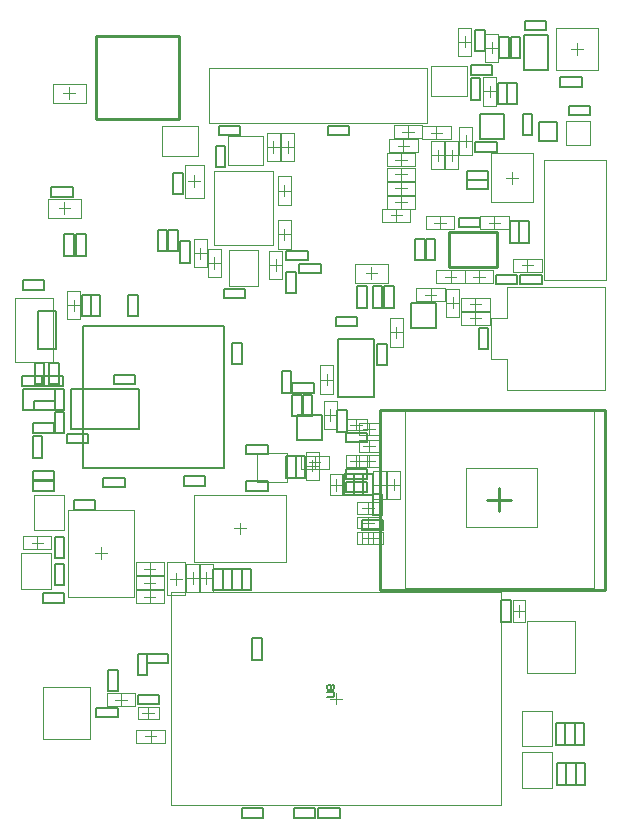
<source format=gbr>
%TF.GenerationSoftware,Altium Limited,Altium Designer,21.2.2 (38)*%
G04 Layer_Color=32768*
%FSLAX45Y45*%
%MOMM*%
%TF.SameCoordinates,EE3A7C27-349B-46B6-A90B-2B7A9072729B*%
%TF.FilePolarity,Positive*%
%TF.FileFunction,Other,Mechanical_15*%
%TF.Part,Single*%
G01*
G75*
%TA.AperFunction,NonConductor*%
%ADD89C,0.10000*%
%ADD90C,0.25400*%
%ADD91C,0.20000*%
%ADD92C,0.15000*%
%ADD140C,0.05000*%
D89*
X1522500Y5000000D02*
X1617500D01*
X1570000Y4952500D02*
Y5047500D01*
X1515000Y4880000D02*
Y5120000D01*
X1625000Y4880000D02*
Y5120000D01*
X1515000Y4880000D02*
X1625000D01*
X1515000Y5120000D02*
X1625000D01*
X3532500Y5830000D02*
X3627500D01*
X3580000Y5782500D02*
Y5877500D01*
X3635000Y5710000D02*
Y5950000D01*
X3525000Y5710000D02*
Y5950000D01*
X3635000D01*
X3525000Y5710000D02*
X3635000D01*
X3652500Y5830000D02*
X3747500D01*
X3700000Y5782500D02*
Y5877500D01*
X3755000Y5710000D02*
Y5950000D01*
X3645000Y5710000D02*
Y5950000D01*
X3755000D01*
X3645000Y5710000D02*
X3755000D01*
X2592500Y3930000D02*
X2687500D01*
X2640000Y3882500D02*
Y3977500D01*
X2585000Y3810000D02*
Y4050000D01*
X2695000Y3810000D02*
Y4050000D01*
X2585000Y3810000D02*
X2695000D01*
X2585000Y4050000D02*
X2695000D01*
X2660000Y3175000D02*
Y3285000D01*
X2420000Y3175000D02*
Y3285000D01*
X2660000D01*
X2420000Y3175000D02*
X2660000D01*
X2492500Y3230000D02*
X2587500D01*
X2540000Y3182500D02*
Y3277500D01*
X1142500Y2042500D02*
Y2137500D01*
X1095000Y2090000D02*
X1190000D01*
X1022500Y2035000D02*
X1262500D01*
X1022500Y2145000D02*
X1262500D01*
Y2035000D02*
Y2145000D01*
X1022500Y2035000D02*
Y2145000D01*
X1142500Y2282500D02*
Y2377500D01*
X1095000Y2330000D02*
X1190000D01*
X1022500Y2275000D02*
X1262500D01*
X1022500Y2385000D02*
X1262500D01*
Y2275000D02*
Y2385000D01*
X1022500Y2275000D02*
Y2385000D01*
X1142450Y2162562D02*
Y2257562D01*
X1094950Y2210062D02*
X1189950D01*
X1022450Y2155062D02*
X1262450D01*
X1022450Y2265062D02*
X1262450D01*
Y2155062D02*
Y2265062D01*
X1022450Y2155062D02*
Y2265062D01*
X4160000Y5640000D02*
X4260000D01*
X4210000Y5590000D02*
Y5690000D01*
X2940000Y2590000D02*
X3040001D01*
X2990001Y2540000D02*
Y2640000D01*
X2940000Y2720000D02*
X3040001D01*
X2990001Y2670000D02*
Y2770000D01*
X2622500Y3630000D02*
X2717500D01*
X2670000Y3582500D02*
Y3677500D01*
X2615000Y3510000D02*
Y3750000D01*
X2725000Y3510000D02*
Y3750000D01*
X2615000D02*
X2725000D01*
X2615000Y3510000D02*
X2725000D01*
X2940000Y2840000D02*
X3040001D01*
X2990001Y2790000D02*
Y2890000D01*
X2720001Y2990000D02*
Y3090000D01*
X2670001Y3040000D02*
X2770001D01*
X3035001Y3160000D02*
X3145001D01*
X3035001Y2920000D02*
X3145001D01*
X3035001D02*
Y3160000D01*
X3145001Y2920000D02*
Y3160000D01*
X3090000Y2992500D02*
Y3087500D01*
X3042500Y3040000D02*
X3137500D01*
X3155001Y3160000D02*
X3265001D01*
X3155001Y2920000D02*
X3265001D01*
X3155001D02*
Y3160000D01*
X3265001Y2920000D02*
Y3160000D01*
X3210000Y2992500D02*
Y3087500D01*
X3162500Y3040000D02*
X3257500D01*
X2950000Y3240000D02*
X3050001D01*
X3000001Y3190000D02*
Y3290000D01*
X2950000Y3370000D02*
X3050001D01*
X3000001Y3320000D02*
Y3420000D01*
X2950000Y3510000D02*
X3050001D01*
X3000001Y3460000D02*
Y3560000D01*
X4180000Y5205000D02*
Y5315000D01*
X3940000Y5205000D02*
Y5315000D01*
Y5205000D02*
X4180000D01*
X3940000Y5315000D02*
X4180000D01*
X4012500Y5260000D02*
X4107500D01*
X4060000Y5212500D02*
Y5307500D01*
X3810000Y4745000D02*
Y4855000D01*
X4050000Y4745000D02*
Y4855000D01*
X3810000D02*
X4050000D01*
X3810000Y4745000D02*
X4050000D01*
X3882500Y4800000D02*
X3977500D01*
X3930000Y4752500D02*
Y4847500D01*
X3020000Y4780000D02*
Y4880000D01*
X2970000Y4830000D02*
X3070000D01*
X2880000Y4910000D02*
X3160000D01*
X2880000Y4750000D02*
X3160000D01*
X2880000D02*
Y4910000D01*
X3160000Y4750000D02*
Y4910000D01*
X3400000Y4595000D02*
Y4705000D01*
X3640000Y4595000D02*
Y4705000D01*
X3400000D02*
X3640000D01*
X3400000Y4595000D02*
X3640000D01*
X3472500Y4650000D02*
X3567500D01*
X3520000Y4602500D02*
Y4697500D01*
X2465000Y3080000D02*
X2575000D01*
X2465000Y3320000D02*
X2575000D01*
X2465000Y3080000D02*
Y3320000D01*
X2575000Y3080000D02*
Y3320000D01*
X2520000Y3152500D02*
Y3247500D01*
X2472500Y3200000D02*
X2567500D01*
X415000Y2655000D02*
Y2955000D01*
X165000Y2655000D02*
X415000D01*
X165000D02*
Y2955000D01*
X415000D01*
X680000Y2460000D02*
X780000D01*
X730000Y2410000D02*
Y2510000D01*
X190000Y2502500D02*
Y2597500D01*
X142500Y2550000D02*
X237500D01*
X70000Y2495000D02*
X310000D01*
X70000Y2605000D02*
X310000D01*
Y2495000D02*
Y2605000D01*
X70000Y2495000D02*
Y2605000D01*
X55000Y2160000D02*
Y2460000D01*
X305000D01*
Y2160000D02*
Y2460000D01*
X55000Y2160000D02*
X305000D01*
X4295000Y475000D02*
X4545000D01*
Y775000D01*
X4295000D02*
X4545000D01*
X4295000Y475000D02*
Y775000D01*
Y825000D02*
Y1125000D01*
X4545000D01*
Y825000D02*
Y1125000D01*
X4295000Y825000D02*
X4545000D01*
X2980000Y2590000D02*
X3080000D01*
X3030000Y2540000D02*
Y2640000D01*
X2840000Y3239999D02*
X2940000D01*
X2890000Y3189999D02*
Y3289999D01*
X2890000Y3500000D02*
Y3599999D01*
X2840000Y3550000D02*
X2940000D01*
X3175000Y4210000D02*
X3285000D01*
X3175000Y4450000D02*
X3285000D01*
X3175000Y4210000D02*
Y4450000D01*
X3285000Y4210000D02*
Y4450000D01*
X3230000Y4282500D02*
Y4377500D01*
X3182500Y4330000D02*
X3277500D01*
X3655000Y4700000D02*
X3765000D01*
X3655000Y4460000D02*
X3765000D01*
Y4700000D01*
X3655000Y4460000D02*
Y4700000D01*
X3710000Y4532500D02*
Y4627500D01*
X3662500Y4580000D02*
X3757500D01*
X4020000Y4395000D02*
Y4505000D01*
X3780000Y4395000D02*
Y4505000D01*
Y4395000D02*
X4020000D01*
X3780000Y4505000D02*
X4020000D01*
X3852500Y4450000D02*
X3947500D01*
X3900000Y4402500D02*
Y4497500D01*
X4020000Y4515000D02*
Y4625000D01*
X3780000Y4515000D02*
Y4625000D01*
Y4515000D02*
X4020000D01*
X3780000Y4625000D02*
X4020000D01*
X3852500Y4570000D02*
X3947500D01*
X3900000Y4522500D02*
Y4617500D01*
X4460000Y4845000D02*
Y4955000D01*
X4220000Y4845000D02*
Y4955000D01*
Y4845000D02*
X4460000D01*
X4220000Y4955000D02*
X4460000D01*
X4292500Y4900000D02*
X4387500D01*
X4340000Y4852500D02*
Y4947500D01*
X3810000Y4745000D02*
Y4855000D01*
X3570000Y4745000D02*
Y4855000D01*
Y4745000D02*
X3810000D01*
X3570000Y4855000D02*
X3810000D01*
X3642500Y4800000D02*
X3737500D01*
X3690000Y4752500D02*
Y4847500D01*
X3480000Y5205000D02*
Y5315000D01*
X3720000Y5205000D02*
Y5315000D01*
X3480000D02*
X3720000D01*
X3480000Y5205000D02*
X3720000D01*
X3552500Y5260000D02*
X3647500D01*
X3600000Y5212500D02*
Y5307500D01*
X3765000Y5830000D02*
X3875000D01*
X3765000Y6070000D02*
X3875000D01*
X3765000Y5830000D02*
Y6070000D01*
X3875000Y5830000D02*
Y6070000D01*
X3820000Y5902500D02*
Y5997500D01*
X3772500Y5950000D02*
X3867500D01*
X4479000Y4777000D02*
X5005000D01*
X4479000D02*
Y5793000D01*
X5005000D01*
Y4777000D02*
Y5793000D01*
X4870000Y5920000D02*
Y6120000D01*
X4670000Y5920000D02*
X4870000D01*
X4670000D02*
Y6120000D01*
X4870000D01*
X4760000Y6680000D02*
Y6780000D01*
X4710000Y6730000D02*
X4810000D01*
X3992500Y6740000D02*
X4087500D01*
X4040000Y6692500D02*
Y6787500D01*
X4095000Y6620000D02*
Y6860000D01*
X3985000Y6620000D02*
Y6860000D01*
X4095000D01*
X3985000Y6620000D02*
X4095000D01*
X3755000Y6670000D02*
X3865000D01*
X3755000Y6910000D02*
X3865000D01*
X3755000Y6670000D02*
Y6910000D01*
X3865000Y6670000D02*
Y6910000D01*
X3810000Y6742500D02*
Y6837500D01*
X3762500Y6790000D02*
X3857500D01*
X3525000Y6332500D02*
Y6582500D01*
X3825000D01*
Y6332500D02*
Y6582500D01*
X3525000Y6332500D02*
X3825000D01*
X3490000Y6100000D02*
Y6510000D01*
X1640000Y6100000D02*
X3490000D01*
X1640000D02*
Y6570000D01*
X3490000D01*
Y6510000D02*
Y6570000D01*
X3450000Y5965000D02*
Y6075000D01*
X3690000Y5965000D02*
Y6075000D01*
X3450000D02*
X3690000D01*
X3450000Y5965000D02*
X3690000D01*
X3522500Y6020000D02*
X3617500D01*
X3570000Y5972500D02*
Y6067500D01*
X3449999Y5975000D02*
Y6085001D01*
X3210000Y5975000D02*
Y6085001D01*
Y5975000D02*
X3449999D01*
X3210000Y6085001D02*
X3449999D01*
X3282500Y6030000D02*
X3377499D01*
X3329999Y5982500D02*
Y6077500D01*
X3410000Y5855000D02*
Y5965000D01*
X3170000Y5855000D02*
Y5965000D01*
Y5855000D02*
X3410000D01*
X3170000Y5965000D02*
X3410000D01*
X3242500Y5910000D02*
X3337500D01*
X3290000Y5862500D02*
Y5957500D01*
X3390000Y5735000D02*
Y5845000D01*
X3150000Y5735000D02*
Y5845000D01*
Y5735000D02*
X3390000D01*
X3150000Y5845000D02*
X3390000D01*
X3222500Y5790000D02*
X3317500D01*
X3270000Y5742500D02*
Y5837500D01*
X3390000Y5615000D02*
Y5725000D01*
X3150000Y5615000D02*
Y5725000D01*
Y5615000D02*
X3390000D01*
X3150000Y5725000D02*
X3390000D01*
X3222500Y5670000D02*
X3317500D01*
X3270000Y5622500D02*
Y5717500D01*
X3390000Y5495000D02*
Y5605000D01*
X3150000Y5495000D02*
Y5605000D01*
Y5495000D02*
X3390000D01*
X3150000Y5605000D02*
X3390000D01*
X3222500Y5550000D02*
X3317500D01*
X3270000Y5502500D02*
Y5597500D01*
X3390000Y5375000D02*
Y5485000D01*
X3150000Y5375000D02*
Y5485000D01*
Y5375000D02*
X3390000D01*
X3150000Y5485000D02*
X3390000D01*
X3222500Y5430000D02*
X3317500D01*
X3270000Y5382500D02*
Y5477500D01*
X3350000Y5265000D02*
Y5375000D01*
X3110000Y5265000D02*
Y5375000D01*
Y5265000D02*
X3350000D01*
X3110000Y5375000D02*
X3350000D01*
X3182500Y5320000D02*
X3277500D01*
X3230000Y5272500D02*
Y5367500D01*
X1440000Y5750000D02*
X1600000D01*
X1440000Y5470000D02*
X1600000D01*
Y5750000D01*
X1440000Y5470000D02*
Y5750000D01*
X1520000Y5560000D02*
Y5660000D01*
X1470000Y5610000D02*
X1570000D01*
X1690000Y5070002D02*
Y5700002D01*
X2190000D01*
Y5070002D02*
Y5700002D01*
X1690000Y5070002D02*
X2190000D01*
X2162499Y4900001D02*
X2257499D01*
X2209999Y4852501D02*
Y4947501D01*
X2264999Y4780001D02*
Y5020001D01*
X2154999Y4780001D02*
Y5020001D01*
X2264999D01*
X2154999Y4780001D02*
X2264999D01*
X1812499Y4725001D02*
Y5025001D01*
Y4725001D02*
X2062499D01*
Y5025001D01*
X1812499D02*
X2062499D01*
X1642500Y4917500D02*
X1737500D01*
X1690000Y4870000D02*
Y4965000D01*
X1745000Y4797500D02*
Y5037500D01*
X1635000Y4797500D02*
Y5037500D01*
X1745000D01*
X1635000Y4797500D02*
X1745000D01*
X445000Y4680000D02*
X555000D01*
X445000Y4440000D02*
X555000D01*
Y4680000D01*
X445000Y4440000D02*
Y4680000D01*
X500000Y4512500D02*
Y4607500D01*
X452500Y4560000D02*
X547500D01*
X280000Y5300000D02*
Y5460000D01*
X560000Y5300000D02*
Y5460000D01*
X280000D02*
X560000D01*
X280000Y5300000D02*
X560000D01*
X370000Y5380000D02*
X470000D01*
X420000Y5330000D02*
Y5430000D01*
X320000Y6275000D02*
Y6435000D01*
X600000Y6275000D02*
Y6435000D01*
X320000D02*
X600000D01*
X320000Y6275000D02*
X600000D01*
X410000Y6355000D02*
X510000D01*
X460000Y6305000D02*
Y6405000D01*
X2670000Y1230000D02*
X2770000D01*
X2720000D02*
Y1280000D01*
Y1180000D02*
Y1230000D01*
X4220000Y1970000D02*
X4320000D01*
X4270000Y1920000D02*
Y2020000D01*
X2135000Y5780002D02*
X2245000D01*
X2135000Y6020002D02*
X2245000D01*
X2135000Y5780002D02*
Y6020002D01*
X2245000Y5780002D02*
Y6020002D01*
X2190000Y5852502D02*
Y5947502D01*
X2142500Y5900002D02*
X2237500D01*
X1805000Y5745002D02*
Y5995002D01*
Y5745002D02*
X2105000D01*
Y5995002D01*
X1805000D02*
X2105000D01*
X2255000Y5780002D02*
X2365000D01*
X2255000Y6020002D02*
X2365000D01*
X2255000Y5780002D02*
Y6020002D01*
X2365000Y5780002D02*
Y6020002D01*
X2310000Y5852502D02*
Y5947502D01*
X2262500Y5900002D02*
X2357500D01*
X2225000Y5650000D02*
X2335000D01*
X2225000Y5410000D02*
X2335000D01*
Y5650000D01*
X2225000Y5410000D02*
Y5650000D01*
X2280000Y5482500D02*
Y5577500D01*
X2232500Y5530000D02*
X2327500D01*
X1250000Y5825000D02*
Y6075000D01*
Y5825000D02*
X1550000D01*
Y6075000D01*
X1250000D02*
X1550000D01*
X2225000Y5280000D02*
X2335000D01*
X2225000Y5040000D02*
X2335000D01*
Y5280000D01*
X2225000Y5040000D02*
Y5280000D01*
X2280000Y5112500D02*
Y5207500D01*
X2232500Y5160000D02*
X2327500D01*
X4740000Y1450000D02*
Y1890000D01*
X4340000Y1450000D02*
X4740000D01*
X4340000D02*
Y1890000D01*
X4740000D01*
X1130000Y1060000D02*
Y1160000D01*
X1080000Y1110000D02*
X1180000D01*
X1860000Y2670000D02*
X1960000D01*
X1910000Y2620000D02*
Y2720000D01*
X3820000Y3180000D02*
X4420000D01*
Y2680000D02*
Y3180000D01*
X3820000Y2680000D02*
X4420000D01*
X3820000D02*
Y3180000D01*
X240000Y890000D02*
Y1330000D01*
X640000D01*
Y890000D02*
Y1330000D01*
X240000Y890000D02*
X640000D01*
X1572500Y2250000D02*
X1667500D01*
X1620000Y2202500D02*
Y2297500D01*
X1565000Y2130000D02*
Y2370000D01*
X1675000Y2130000D02*
Y2370000D01*
X1565000Y2130000D02*
X1675000D01*
X1565000Y2370000D02*
X1675000D01*
X900000Y1172500D02*
Y1267500D01*
X852500Y1220000D02*
X947500D01*
X780000Y1165000D02*
X1020000D01*
X780000Y1275000D02*
X1020000D01*
Y1165000D02*
Y1275000D01*
X780000Y1165000D02*
Y1275000D01*
X1285000Y2382500D02*
X1445000D01*
X1285000Y2102500D02*
X1445000D01*
Y2382500D01*
X1285000Y2102500D02*
Y2382500D01*
X1365000Y2192500D02*
Y2292500D01*
X1315000Y2242500D02*
X1415000D01*
X1460000Y2250000D02*
X1555000D01*
X1507500Y2202500D02*
Y2297500D01*
X1452500Y2130000D02*
Y2370000D01*
X1562500Y2130000D02*
Y2370000D01*
X1452500Y2130000D02*
X1562500D01*
X1452500Y2370000D02*
X1562500D01*
X1150000Y862500D02*
Y957500D01*
X1102500Y910000D02*
X1197500D01*
X1030000Y855000D02*
X1270000D01*
X1030000Y965000D02*
X1270000D01*
Y855000D02*
Y965000D01*
X1030000Y855000D02*
Y965000D01*
X3965000Y6490000D02*
X4075000D01*
X3965000Y6250000D02*
X4075000D01*
Y6490000D01*
X3965000Y6250000D02*
Y6490000D01*
X4020000Y6322500D02*
Y6417500D01*
X3972500Y6370000D02*
X4067500D01*
D90*
X690000Y6140000D02*
Y6840000D01*
Y6140000D02*
X1390000D01*
Y6840000D01*
X690000D02*
X1390000D01*
X3680000Y4880000D02*
X4080000D01*
X3680000D02*
Y5180000D01*
X4080000D01*
Y4880000D02*
Y5180000D01*
X4100001Y2815000D02*
Y3015000D01*
X4000001Y2915000D02*
X4200001D01*
X3091000Y2148000D02*
X4996000D01*
X3091000D02*
Y3672000D01*
X4996000D01*
Y2148000D02*
Y3672000D01*
D91*
X2730000Y3490000D02*
X2810000D01*
X2730000D02*
Y3670000D01*
X2810000D01*
Y3490000D02*
Y3670000D01*
X2740000Y3780000D02*
Y4270000D01*
X3040000D01*
Y3780000D02*
Y4270000D01*
X2740000Y3780000D02*
X3040000D01*
X2390000Y3420000D02*
X2600000D01*
X2390000D02*
Y3630000D01*
X2600000D01*
Y3420000D02*
Y3630000D01*
X2790001Y2950000D02*
Y3130000D01*
Y2950000D02*
X2870001D01*
Y3130000D01*
X2790001D02*
X2870001D01*
X2870001Y2949999D02*
Y3130000D01*
Y2949999D02*
X2950001D01*
Y3130000D01*
X2870001D02*
X2950001D01*
Y2949999D02*
Y3130000D01*
Y2949999D02*
X3030001D01*
Y3130000D01*
X2950001D02*
X3030001D01*
X440000Y3390000D02*
Y3470000D01*
X620000D01*
Y3390000D02*
Y3470000D01*
X440000Y3390000D02*
X620000D01*
X1020000Y3890000D02*
Y3970000D01*
X840000Y3890000D02*
X1020000D01*
X840000D02*
Y3970000D01*
X1020000D01*
X480000Y3510000D02*
Y3850000D01*
X1050000D01*
Y3510000D02*
Y3850000D01*
X480000Y3510000D02*
X1050000D01*
X230000Y3880000D02*
Y3960000D01*
X410000D01*
Y3880000D02*
Y3960000D01*
X230000Y3880000D02*
X410000D01*
X290000Y3890000D02*
Y4070000D01*
X370000D01*
Y3890000D02*
Y4070000D01*
X290000Y3890000D02*
X370000D01*
X240000Y3880000D02*
Y3960000D01*
X60000Y3880000D02*
X240000D01*
X60000D02*
Y3960000D01*
X240000D01*
X4350000Y5090000D02*
Y5270000D01*
X4270000Y5090000D02*
X4350000D01*
X4270000D02*
Y5270000D01*
X4350000D01*
X4270000Y5090000D02*
Y5270000D01*
X4190000Y5090000D02*
X4270000D01*
X4190000D02*
Y5270000D01*
X4270000D01*
X3130000Y4540000D02*
Y4720000D01*
X3210000D01*
Y4540000D02*
Y4720000D01*
X3130000Y4540000D02*
X3210000D01*
X2900000D02*
Y4720000D01*
X2980000D01*
Y4540000D02*
Y4720000D01*
X2900000Y4540000D02*
X2980000D01*
X3030000D02*
Y4720000D01*
X3110000D01*
Y4540000D02*
Y4720000D01*
X3030000Y4540000D02*
X3110000D01*
X2300000Y3100000D02*
Y3280000D01*
X2380000D01*
Y3100000D02*
Y3280000D01*
X2300000Y3100000D02*
X2380000D01*
Y3280000D01*
X2460000D01*
Y3100000D02*
Y3280000D01*
X2380000Y3100000D02*
X2460000D01*
X170000Y3890000D02*
Y4070000D01*
X250000D01*
Y3890000D02*
Y4070000D01*
X170000Y3890000D02*
X250000D01*
X340000Y3670000D02*
Y3850000D01*
X420000D01*
Y3670000D02*
Y3850000D01*
X340000Y3670000D02*
X420000D01*
X160000Y3750000D02*
X340000D01*
Y3670000D02*
Y3750000D01*
X160000Y3670000D02*
X340000D01*
X160000D02*
Y3750000D01*
X1430000Y3110000D02*
X1610000D01*
Y3030000D02*
Y3110000D01*
X1430000Y3030000D02*
X1610000D01*
X1430000D02*
Y3110000D01*
X750000Y3100000D02*
X930000D01*
Y3020000D02*
Y3100000D01*
X750000Y3020000D02*
X930000D01*
X750000D02*
Y3100000D01*
X680000Y2830000D02*
Y2910000D01*
X500000D02*
X680000D01*
X500000Y2830000D02*
Y2910000D01*
Y2830000D02*
X680000D01*
X150000Y3080000D02*
Y3160000D01*
Y3080000D02*
X330000D01*
Y3160000D01*
X150000D02*
X330000D01*
Y2990000D02*
Y3070000D01*
X150000D02*
X330000D01*
X150000Y2990000D02*
Y3070000D01*
Y2990000D02*
X330000D01*
X340000Y2600000D02*
X420000D01*
X340000Y2420000D02*
Y2600000D01*
Y2420000D02*
X420000D01*
Y2600000D01*
X340000Y2370000D02*
X420000D01*
X340000Y2190000D02*
Y2370000D01*
Y2190000D02*
X420000D01*
Y2370000D01*
X420000Y2040000D02*
Y2120000D01*
X240000D02*
X420000D01*
X240000Y2040000D02*
Y2120000D01*
Y2040000D02*
X420000D01*
X4670000Y500000D02*
Y680000D01*
X4590000Y500000D02*
X4670000D01*
X4590000D02*
Y680000D01*
X4670000D01*
X4750000Y500000D02*
Y680000D01*
X4670000Y500000D02*
X4750000D01*
X4670000D02*
Y680000D01*
X4750000D01*
X4580000Y1020000D02*
X4660000D01*
X4580000Y840000D02*
Y1020000D01*
Y840000D02*
X4660000D01*
Y1020000D01*
X4660001D02*
X4740000D01*
X4660001Y840000D02*
Y1020000D01*
Y840000D02*
X4740000D01*
Y1020000D01*
X4830000Y500000D02*
Y680000D01*
X4750000Y500000D02*
X4830000D01*
X4750000D02*
Y680000D01*
X4830000D01*
X4740000Y1020000D02*
X4820000D01*
X4740000Y840000D02*
Y1020000D01*
Y840000D02*
X4820000D01*
Y1020000D01*
X4120000Y1880000D02*
Y2060000D01*
X4200000D01*
Y1880000D02*
Y2060000D01*
X4120000Y1880000D02*
X4200000D01*
X3030000Y2780000D02*
Y2960000D01*
X3110000D01*
Y2780000D02*
Y2960000D01*
X3030000Y2780000D02*
X3110000D01*
X2800000Y3059999D02*
X2980000D01*
Y2979999D02*
Y3059999D01*
X2800000Y2979999D02*
X2980000D01*
X2800000D02*
Y3059999D01*
X2800000Y3400000D02*
Y3479999D01*
Y3400000D02*
X2980000D01*
Y3479999D01*
X2800000D02*
X2980000D01*
X3070000Y4050000D02*
Y4230000D01*
X3150000D01*
Y4050000D02*
Y4230000D01*
X3070000Y4050000D02*
X3150000D01*
X3354999Y4575000D02*
X3564999D01*
Y4365000D02*
Y4575000D01*
X3354999Y4365000D02*
X3564999D01*
X3354999D02*
Y4575000D01*
X4010000Y4190000D02*
Y4370000D01*
X3930000Y4190000D02*
X4010000D01*
X3930000D02*
Y4370000D01*
X4010000D01*
X4070000Y4820000D02*
X4250000D01*
Y4740000D02*
Y4820000D01*
X4070000Y4740000D02*
X4250000D01*
X4070000D02*
Y4820000D01*
X4280000Y4740000D02*
X4460000D01*
X4280000D02*
Y4820000D01*
X4460000D01*
Y4740000D02*
Y4820000D01*
X3560000Y4940000D02*
Y5120000D01*
X3480000Y4940000D02*
X3560000D01*
X3480000D02*
Y5120000D01*
X3560000D01*
X3390000Y4940000D02*
Y5120000D01*
X3470000D01*
Y4940000D02*
Y5120000D01*
X3390000Y4940000D02*
X3470000D01*
X3760000Y5220000D02*
X3940000D01*
X3760000D02*
Y5300000D01*
X3940000D01*
Y5220000D02*
Y5300000D01*
X3830000Y5540000D02*
Y5620000D01*
Y5540000D02*
X4010000D01*
Y5620000D01*
X3830000D02*
X4010000D01*
X3830000Y5620000D02*
Y5700000D01*
Y5620000D02*
X4010000D01*
Y5700000D01*
X3830000D02*
X4010000D01*
X3900000Y5940000D02*
X4080000D01*
Y5860000D02*
Y5940000D01*
X3900000Y5860000D02*
X4080000D01*
X3900000D02*
Y5940000D01*
X3935000Y5965000D02*
X4145000D01*
X3935000D02*
Y6175000D01*
X4145000D01*
Y5965000D02*
Y6175000D01*
X4620000Y6410000D02*
Y6490000D01*
Y6410000D02*
X4800000D01*
Y6490000D01*
X4620000D02*
X4800000D01*
X4690000Y6250000D02*
X4870000D01*
Y6170000D02*
Y6250000D01*
X4690000Y6170000D02*
X4870000D01*
X4690000D02*
Y6250000D01*
X4590000Y5950000D02*
Y6110000D01*
X4440000D02*
X4590000D01*
X4440000Y5950000D02*
Y6110000D01*
Y5950000D02*
X4590000D01*
X4380000Y6000000D02*
Y6180000D01*
X4300001Y6000000D02*
X4380000D01*
X4300001D02*
Y6180000D01*
X4380000D01*
X4250000Y6260000D02*
Y6440000D01*
X4170000Y6260000D02*
X4250000D01*
X4170000D02*
Y6440000D01*
X4250000D01*
X3860000Y6300000D02*
Y6480000D01*
X3940000D01*
Y6300000D02*
Y6480000D01*
X3860000Y6300000D02*
X3940000D01*
X3860000Y6510000D02*
X4040000D01*
X3860000D02*
Y6590000D01*
X4040000D01*
Y6510000D02*
Y6590000D01*
X4312500Y6850000D02*
X4512500D01*
Y6550000D02*
Y6850000D01*
X4312500Y6550000D02*
X4512500D01*
X4312500D02*
Y6850000D01*
X4200000Y6650000D02*
X4280000D01*
Y6830000D01*
X4200000D02*
X4280000D01*
X4200000Y6650000D02*
Y6830000D01*
X4100000Y6650000D02*
X4180000D01*
Y6830000D01*
X4100000D02*
X4180000D01*
X4100000Y6650000D02*
Y6830000D01*
X4500000Y6890000D02*
Y6970000D01*
X4320000D02*
X4500000D01*
X4320000Y6890000D02*
Y6970000D01*
Y6890000D02*
X4500000D01*
X3900000Y6710000D02*
X3980000D01*
Y6890000D01*
X3900000D02*
X3980000D01*
X3900000Y6710000D02*
Y6890000D01*
X2650000Y6000000D02*
X2830000D01*
X2650000D02*
Y6080000D01*
X2830000D01*
Y6000000D02*
Y6080000D01*
X1340000Y5680000D02*
X1420000D01*
X1340000Y5500000D02*
Y5680000D01*
Y5500000D02*
X1420000D01*
Y5680000D01*
X1770000Y4620000D02*
Y4700000D01*
Y4620000D02*
X1950000D01*
Y4700000D01*
X1770000D02*
X1950000D01*
X960000Y4470000D02*
Y4650000D01*
X1040000D01*
Y4470000D02*
Y4650000D01*
X960000Y4470000D02*
X1040000D01*
X725000D02*
Y4650000D01*
X645000Y4470000D02*
X725000D01*
X645000D02*
Y4650000D01*
X725000D01*
X645000Y4470000D02*
Y4650000D01*
X565000Y4470000D02*
X645000D01*
X565000D02*
Y4650000D01*
X645000D01*
X195000Y4192500D02*
X352500D01*
Y4510000D01*
X195000D02*
X352500D01*
X195000Y4192500D02*
Y4510000D01*
X250000Y4690000D02*
Y4770000D01*
X70000Y4690000D02*
X250000D01*
X70000D02*
Y4770000D01*
X250000D01*
X520000Y5160001D02*
X600000D01*
X520000Y4980000D02*
Y5160001D01*
Y4980000D02*
X600000D01*
Y5160001D01*
X420000D02*
X500000D01*
X420000Y4980000D02*
Y5160001D01*
Y4980000D02*
X500000D01*
Y5160001D01*
X310000Y5480000D02*
Y5560000D01*
Y5480000D02*
X490000D01*
Y5560000D01*
X310000D02*
X490000D01*
X2010000Y1560000D02*
X2090000D01*
X2010000D02*
Y1740000D01*
X2090000D01*
Y1560000D02*
Y1740000D01*
X575000Y4385000D02*
X1775000D01*
X575000Y3184999D02*
Y4385000D01*
Y3184999D02*
X1775000D01*
Y4385000D01*
X1730000Y6000000D02*
X1910000D01*
X1730000D02*
Y6080000D01*
X1910000D01*
Y6000000D02*
Y6080000D01*
X4170000Y6260000D02*
Y6440000D01*
X4090000Y6260000D02*
X4170000D01*
X4090000D02*
Y6440000D01*
X4170000D01*
X1480000Y4920001D02*
Y5100001D01*
X1400000Y4920001D02*
X1480000D01*
X1400000D02*
Y5100001D01*
X1480000D01*
X1210000Y5020001D02*
Y5200001D01*
X1289999D01*
Y5020001D02*
Y5200001D01*
X1210000Y5020001D02*
X1289999D01*
X1300000D02*
Y5200001D01*
X1380000D01*
Y5020001D02*
Y5200001D01*
X1300000Y5020001D02*
X1380000D01*
X2410000Y4830000D02*
X2590000D01*
X2410000D02*
Y4910000D01*
X2590000D01*
Y4830000D02*
Y4910000D01*
X2300000Y4660000D02*
Y4840000D01*
X2380000D01*
Y4660000D02*
Y4840000D01*
X2300000Y4660000D02*
X2380000D01*
X2300000Y4940000D02*
X2480000D01*
X2300000D02*
Y5020000D01*
X2480000D01*
Y4940000D02*
Y5020000D01*
X2440000Y3620000D02*
Y3800000D01*
X2520000D01*
Y3620000D02*
Y3800000D01*
X2440000Y3620000D02*
X2520000D01*
X2340000Y3820000D02*
Y4000000D01*
X2260000Y3820000D02*
X2340000D01*
X2260000D02*
Y4000000D01*
X2340000D01*
X2350000Y3820000D02*
X2530000D01*
X2350000D02*
Y3900000D01*
X2530000D01*
Y3820000D02*
Y3900000D01*
X2350000Y3620000D02*
Y3800000D01*
X2430000D01*
Y3620000D02*
Y3800000D01*
X2350000Y3620000D02*
X2430000D01*
X1780000Y5730002D02*
Y5910002D01*
X1700000Y5730002D02*
X1780000D01*
X1700000D02*
Y5910002D01*
X1780000D01*
X1960000Y2990000D02*
X2140000D01*
X1960000D02*
Y3070000D01*
X2140000D01*
Y2990000D02*
Y3070000D01*
X790000Y1470000D02*
X870000D01*
X790000Y1290000D02*
Y1470000D01*
Y1290000D02*
X870000D01*
Y1470000D01*
X1680000Y2330000D02*
X1760000D01*
X1680000Y2150000D02*
Y2330000D01*
Y2150000D02*
X1760000D01*
Y2330000D01*
X1920000D02*
X2000000D01*
X1920000Y2150000D02*
Y2330000D01*
Y2150000D02*
X2000000D01*
Y2330000D01*
X690000Y1070000D02*
Y1150000D01*
Y1070000D02*
X870000D01*
Y1150000D01*
X690000D02*
X870000D01*
X2100000Y220000D02*
Y300000D01*
X1920000D02*
X2100000D01*
X1920000Y220000D02*
Y300000D01*
Y220000D02*
X2100000D01*
X2360000D02*
Y300000D01*
Y220000D02*
X2540000D01*
Y300000D01*
X2360000D02*
X2540000D01*
X2750000Y220000D02*
Y300000D01*
X2570000D02*
X2750000D01*
X2570000Y220000D02*
Y300000D01*
Y220000D02*
X2750000D01*
X1040000Y1430000D02*
X1120000D01*
Y1610000D01*
X1040000D02*
X1120000D01*
X1040000Y1430000D02*
Y1610000D01*
X1120000Y1530000D02*
Y1610000D01*
Y1530000D02*
X1300000D01*
Y1610000D01*
X1120000D02*
X1300000D01*
X1840000Y2150000D02*
Y2330000D01*
X1760000Y2150000D02*
X1840000D01*
X1760000D02*
Y2330000D01*
X1840000D01*
X1840000D02*
X1920000D01*
X1840000Y2150000D02*
Y2330000D01*
Y2150000D02*
X1920000D01*
Y2330000D01*
X1220000Y1180000D02*
Y1260000D01*
X1040000D02*
X1220000D01*
X1040000Y1180000D02*
Y1260000D01*
Y1180000D02*
X1220000D01*
X2800000Y3169999D02*
X2980000D01*
Y3089999D02*
Y3169999D01*
X2800000Y3089999D02*
X2980000D01*
X2800000D02*
Y3169999D01*
X2940000Y2740000D02*
X3120000D01*
Y2660000D02*
Y2740000D01*
X2940000Y2660000D02*
X3120000D01*
X2940000D02*
Y2740000D01*
X420000Y3480000D02*
Y3660000D01*
X340000Y3480000D02*
X420000D01*
X340000D02*
Y3660000D01*
X420000D01*
X149999Y3560000D02*
X330000D01*
Y3480000D02*
Y3560000D01*
X149999Y3480000D02*
X330000D01*
X149999D02*
Y3560000D01*
X150000Y3270000D02*
Y3450000D01*
X230000D01*
Y3270000D02*
Y3450000D01*
X150000Y3270000D02*
X230000D01*
X70000Y3850000D02*
X420000D01*
Y3670000D02*
Y3850000D01*
X70000Y3670000D02*
X420000D01*
X70000D02*
Y3850000D01*
X2900000Y4380000D02*
Y4460000D01*
X2720000D02*
X2900000D01*
X2720000Y4380000D02*
Y4460000D01*
Y4380000D02*
X2900000D01*
X2140000Y3300000D02*
Y3380000D01*
X1960000D02*
X2140000D01*
X1960000Y3300000D02*
Y3380000D01*
Y3300000D02*
X2140000D01*
X1840000Y4060000D02*
X1920000D01*
Y4240000D01*
X1840000D02*
X1920000D01*
X1840000Y4060000D02*
Y4240000D01*
D92*
X2645020Y1245000D02*
X2695003D01*
X2705000Y1254996D01*
Y1274990D01*
X2695003Y1284987D01*
X2645020D01*
X2655017Y1304980D02*
X2645020Y1314977D01*
Y1334971D01*
X2655017Y1344967D01*
X2665013D01*
X2675010Y1334971D01*
X2685007Y1344967D01*
X2695003D01*
X2705000Y1334971D01*
Y1314977D01*
X2695003Y1304980D01*
X2685007D01*
X2675010Y1314977D01*
X2665013Y1304980D01*
X2655017D01*
X2675010Y1314977D02*
Y1334971D01*
D140*
X4030000Y5430000D02*
Y5850000D01*
X4390000Y5430000D02*
Y5850000D01*
X4030000Y5430000D02*
X4390000D01*
X4030000Y5850000D02*
X4390000D01*
X3080000Y2540000D02*
Y2640000D01*
X2900001Y2540000D02*
Y2640000D01*
X3080000D01*
X2900001Y2540000D02*
X3080000D01*
Y2670000D02*
Y2770000D01*
X2900001Y2670000D02*
Y2770000D01*
X3080000D01*
X2900001Y2670000D02*
X3080000D01*
Y2790000D02*
Y2890000D01*
X2900001Y2790000D02*
Y2890000D01*
X3080000D01*
X2900001Y2790000D02*
X3080000D01*
X2670001Y2950000D02*
X2770001D01*
X2670001Y3130000D02*
X2770001D01*
Y2950000D02*
Y3130000D01*
X2670001Y2950000D02*
Y3130000D01*
X3090000Y3190000D02*
Y3290000D01*
X2910001Y3190000D02*
Y3290000D01*
X3090000D01*
X2910001Y3190000D02*
X3090000D01*
Y3320000D02*
Y3420000D01*
X2910001Y3320000D02*
Y3420000D01*
X3090000D01*
X2910001Y3320000D02*
X3090000D01*
Y3460000D02*
Y3560000D01*
X2910001Y3460000D02*
Y3560000D01*
X3090000D01*
X2910001Y3460000D02*
X3090000D01*
X322500Y4080000D02*
Y4620000D01*
X2500D02*
X322500D01*
X2500Y4080000D02*
Y4620000D01*
Y4080000D02*
X322500D01*
X2051250Y3310000D02*
X2301250D01*
Y3060000D02*
Y3310000D01*
X2051250Y3060000D02*
X2301250D01*
X2051250D02*
Y3310000D01*
X450000Y2090000D02*
Y2830000D01*
X1010000Y2090000D02*
Y2830000D01*
X450000Y2090000D02*
X1010000D01*
X450000Y2830000D02*
X1010000D01*
X3120000Y2540000D02*
Y2640000D01*
X2940000Y2540000D02*
Y2640000D01*
Y2540000D02*
X3120000D01*
X2940000Y2640000D02*
X3120000D01*
X2980000Y3189999D02*
Y3289999D01*
X2800000Y3189999D02*
Y3289999D01*
Y3189999D02*
X2980000D01*
X2800000Y3289999D02*
X2980000D01*
X2800000Y3599999D02*
X2980000D01*
X2800000Y3500000D02*
X2980000D01*
X2800000D02*
Y3599999D01*
X2980000Y3500000D02*
Y3599999D01*
X5000000Y3845000D02*
Y4715000D01*
X4170000Y3845000D02*
X5000000D01*
X4170000D02*
Y4105000D01*
X4030000D02*
X4170000D01*
X4030000D02*
Y4455000D01*
X4170000D01*
Y4715000D01*
X5000000D01*
X4580000Y6910500D02*
X4940000D01*
X4580000Y6549500D02*
X4940000D01*
Y6910500D01*
X4580000Y6549500D02*
Y6910500D01*
X1320000Y330000D02*
X4120000D01*
Y2130000D01*
X1320000D02*
X4120000D01*
X1320000Y330000D02*
Y2130000D01*
X4220000Y1880000D02*
Y2060000D01*
X4320000Y1880000D02*
Y2060000D01*
X4220000Y1880000D02*
X4320000D01*
X4220000Y2060000D02*
X4320000D01*
X3300001Y2165000D02*
Y3665000D01*
X4900001D01*
Y2165000D02*
Y3665000D01*
X3300001Y2165000D02*
X4900001D01*
X1040000Y1060000D02*
X1220000D01*
X1040000Y1160000D02*
X1220000D01*
Y1060000D02*
Y1160000D01*
X1040000Y1060000D02*
Y1160000D01*
X1520000Y2390000D02*
Y2950000D01*
X2300000Y2390000D02*
Y2950000D01*
X1520000D02*
X2300000D01*
X1520000Y2390000D02*
X2300000D01*
%TF.MD5,c147f4d8b1e47279134ce58356c1780a*%
M02*

</source>
